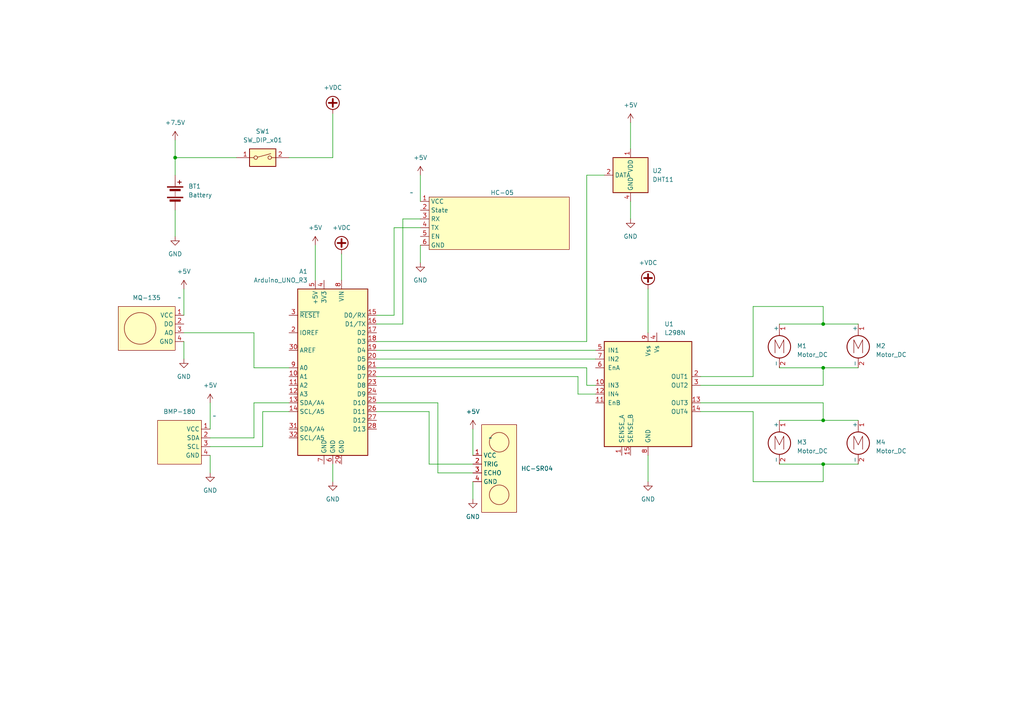
<source format=kicad_sch>
(kicad_sch (version 20230121) (generator eeschema)
  (paper "A4")
  (lib_symbols
    (symbol "Arduino_Components:BMP-180"
      (property "Reference" "BMP-180" (at 10.16 0 0))
      (symbol "BMP-180_1_1"
        (rectangle (start 3.81 -1.27) (end 16.51 -13.97) (fill (type background)))
        (pin power_in line (at 1.27 -3.81 0) (length 2.54) (name "VCC") (number "1"))
        (pin bidirectional line (at 1.27 -6.35 0) (length 2.54) (name "SDA") (number "2"))
        (pin input line (at 1.27 -8.89 0) (length 2.54) (name "SCL") (number "3"))
        (pin passive line (at 1.27 -11.43 0) (length 2.54) (name "GND") (number "4"))
      )
    )
    (symbol "Arduino_Components:HC-05"
      (property "Reference" "HC-05" (at 25.4 0 0))
      (symbol "HC-05_1_1"
        (rectangle (start 5.08 -1.27) (end 45.72 -16.51) (fill (type background)))
        (pin power_in line (at 2.54 -2.54 0) (length 2.54) (name "VCC") (number "1"))
        (pin output line (at 2.54 -5.08 0) (length 2.54) (name "State") (number "2"))
        (pin input line (at 2.54 -7.62 0) (length 2.54) (name "RX") (number "3"))
        (pin output line (at 2.54 -10.16 0) (length 2.54) (name "TX") (number "4"))
        (pin input line (at 2.54 -12.7 0) (length 2.54) (name "EN") (number "5"))
        (pin passive line (at 2.54 -15.24 0) (length 2.54) (name "GND") (number "6"))
      )
    )
    (symbol "Arduino_Components:MQ-135"
      (property "Reference" "MQ-135" (at 8.89 -1.27 0))
      (symbol "MQ-135_0_1"
        (circle (center 11.43 -8.89) (radius 4.5791))
      )
      (symbol "MQ-135_1_1"
        (rectangle (start 1.27 -2.54) (end 17.78 -15.24) (fill (type background)))
        (pin power_in line (at -1.27 -5.08 0) (length 2.54) (name "VCC") (number "1"))
        (pin bidirectional line (at -1.27 -7.62 0) (length 2.54) (name "DO") (number "2"))
        (pin bidirectional line (at -1.27 -10.16 0) (length 2.54) (name "AO") (number "3"))
        (pin passive line (at -1.27 -12.7 0) (length 2.54) (name "GND") (number "4"))
      )
    )
    (symbol "Device:Battery" (pin_numbers hide) (pin_names (offset 0) hide)
      (property "Reference" "BT" (at 2.54 2.54 0))
      (property "Value" "Battery" (at 2.54 0 0))
      (symbol "Battery_0_1"
        (rectangle (start -2.286 -1.27) (end 2.286 -1.524) (fill (type outline)))
        (rectangle (start -2.286 1.778) (end 2.286 1.524) (fill (type outline)))
        (rectangle (start -1.524 -2.032) (end 1.524 -2.54) (fill (type outline)))
        (rectangle (start -1.524 1.016) (end 1.524 0.508) (fill (type outline)))
        (polyline (pts (xy 0 -1.016) (xy 0 -0.762)))
        (polyline (pts (xy 0 -0.508) (xy 0 -0.254)))
        (polyline (pts (xy 0 0) (xy 0 0.254)))
        (polyline (pts (xy 0 1.778) (xy 0 2.54)))
        (polyline (pts (xy 0.762 3.048) (xy 1.778 3.048)) (stroke (width 0.254)))
        (polyline (pts (xy 1.27 3.556) (xy 1.27 2.54)) (stroke (width 0.254)))
      )
      (symbol "Battery_1_1"
        (pin passive line (at 0 5.08 270) (length 2.54) (name "+") (number "1"))
        (pin passive line (at 0 -5.08 90) (length 2.54) (name "-") (number "2"))
      )
    )
    (symbol "Driver_Motor:L298N" (pin_names (offset 1.016))
      (property "Reference" "U" (at -10.16 16.51 0))
      (property "Value" "L298N" (at 12.7 16.51 0))
      (symbol "L298N_0_1"
        (rectangle (start -12.7 15.24) (end 12.7 -15.24) (stroke (width 0.254)) (fill (type background)))
      )
      (symbol "L298N_1_1"
        (pin power_in line (at -7.62 -17.78 90) (length 2.54) (name "SENSE_A") (number "1"))
        (pin input line (at -15.24 2.54 0) (length 2.54) (name "IN3") (number "10"))
        (pin input line (at -15.24 -2.54 0) (length 2.54) (name "EnB") (number "11"))
        (pin input line (at -15.24 0 0) (length 2.54) (name "IN4") (number "12"))
        (pin output line (at 15.24 -2.54 180) (length 2.54) (name "OUT3") (number "13"))
        (pin output line (at 15.24 -5.08 180) (length 2.54) (name "OUT4") (number "14"))
        (pin power_in line (at -5.08 -17.78 90) (length 2.54) (name "SENSE_B") (number "15"))
        (pin output line (at 15.24 5.08 180) (length 2.54) (name "OUT1") (number "2"))
        (pin output line (at 15.24 2.54 180) (length 2.54) (name "OUT2") (number "3"))
        (pin power_in line (at 2.54 17.78 270) (length 2.54) (name "Vs") (number "4"))
        (pin input line (at -15.24 12.7 0) (length 2.54) (name "IN1") (number "5"))
        (pin input line (at -15.24 7.62 0) (length 2.54) (name "EnA") (number "6"))
        (pin input line (at -15.24 10.16 0) (length 2.54) (name "IN2") (number "7"))
        (pin power_in line (at 0 -17.78 90) (length 2.54) (name "GND") (number "8"))
        (pin power_in line (at 0 17.78 270) (length 2.54) (name "Vss") (number "9"))
      )
    )
    (symbol "HC-SR04_1"
      (property "Reference" "HC-SR04" (at -7.62 -3.81 0))
      (symbol "HC-SR04_1_1_1"
        (rectangle (start -12.7 -5.08) (end -2.54 -30.48) (fill (type background)))
        (circle (center -7.62 -25.4) (radius 2.8398))
        (circle (center -7.62 -10.16) (radius 2.8398))
        (pin power_in line (at -15.24 -13.97 0) (length 2.54) (name "VCC") (number "1"))
        (pin input line (at -15.24 -16.51 0) (length 2.54) (name "TRIG") (number "2"))
        (pin output line (at -15.24 -19.05 0) (length 2.54) (name "ECHO") (number "3"))
        (pin passive line (at -15.24 -21.59 0) (length 2.54) (name "GND") (number "4"))
      )
    )
    (symbol "MCU_Module:Arduino_UNO_R3"
      (property "Reference" "A" (at -10.16 23.495 0))
      (property "Value" "Arduino_UNO_R3" (at 5.08 -26.67 0))
      (symbol "Arduino_UNO_R3_0_1"
        (rectangle (start -10.16 22.86) (end 10.16 -25.4) (stroke (width 0.254)) (fill (type background)))
      )
      (symbol "Arduino_UNO_R3_1_1"
        (pin no_connect line (at -10.16 -20.32 0) (length 2.54) hide (name "NC") (number "1"))
        (pin bidirectional line (at 12.7 -2.54 180) (length 2.54) (name "A1") (number "10"))
        (pin bidirectional line (at 12.7 -5.08 180) (length 2.54) (name "A2") (number "11"))
        (pin bidirectional line (at 12.7 -7.62 180) (length 2.54) (name "A3") (number "12"))
        (pin bidirectional line (at 12.7 -10.16 180) (length 2.54) (name "SDA/A4") (number "13"))
        (pin bidirectional line (at 12.7 -12.7 180) (length 2.54) (name "SCL/A5") (number "14"))
        (pin bidirectional line (at -12.7 15.24 0) (length 2.54) (name "D0/RX") (number "15"))
        (pin bidirectional line (at -12.7 12.7 0) (length 2.54) (name "D1/TX") (number "16"))
        (pin bidirectional line (at -12.7 10.16 0) (length 2.54) (name "D2") (number "17"))
        (pin bidirectional line (at -12.7 7.62 0) (length 2.54) (name "D3") (number "18"))
        (pin bidirectional line (at -12.7 5.08 0) (length 2.54) (name "D4") (number "19"))
        (pin output line (at 12.7 10.16 180) (length 2.54) (name "IOREF") (number "2"))
        (pin bidirectional line (at -12.7 2.54 0) (length 2.54) (name "D5") (number "20"))
        (pin bidirectional line (at -12.7 0 0) (length 2.54) (name "D6") (number "21"))
        (pin bidirectional line (at -12.7 -2.54 0) (length 2.54) (name "D7") (number "22"))
        (pin bidirectional line (at -12.7 -5.08 0) (length 2.54) (name "D8") (number "23"))
        (pin bidirectional line (at -12.7 -7.62 0) (length 2.54) (name "D9") (number "24"))
        (pin bidirectional line (at -12.7 -10.16 0) (length 2.54) (name "D10") (number "25"))
        (pin bidirectional line (at -12.7 -12.7 0) (length 2.54) (name "D11") (number "26"))
        (pin bidirectional line (at -12.7 -15.24 0) (length 2.54) (name "D12") (number "27"))
        (pin bidirectional line (at -12.7 -17.78 0) (length 2.54) (name "D13") (number "28"))
        (pin power_in line (at -2.54 -27.94 90) (length 2.54) (name "GND") (number "29"))
        (pin input line (at 12.7 15.24 180) (length 2.54) (name "~{RESET}") (number "3"))
        (pin input line (at 12.7 5.08 180) (length 2.54) (name "AREF") (number "30"))
        (pin bidirectional line (at 12.7 -17.78 180) (length 2.54) (name "SDA/A4") (number "31"))
        (pin bidirectional line (at 12.7 -20.32 180) (length 2.54) (name "SCL/A5") (number "32"))
        (pin power_out line (at 2.54 25.4 270) (length 2.54) (name "3V3") (number "4"))
        (pin power_out line (at 5.08 25.4 270) (length 2.54) (name "+5V") (number "5"))
        (pin power_in line (at 0 -27.94 90) (length 2.54) (name "GND") (number "6"))
        (pin power_in line (at 2.54 -27.94 90) (length 2.54) (name "GND") (number "7"))
        (pin power_in line (at -2.54 25.4 270) (length 2.54) (name "VIN") (number "8"))
        (pin bidirectional line (at 12.7 0 180) (length 2.54) (name "A0") (number "9"))
      )
    )
    (symbol "Motor:Motor_DC" (pin_names (offset 0))
      (property "Reference" "M" (at 2.54 2.54 0))
      (property "Value" "Motor_DC" (at 2.54 -5.08 0))
      (symbol "Motor_DC_0_0"
        (polyline (pts (xy -1.27 -3.302) (xy -1.27 0.508) (xy 0 -2.032) (xy 1.27 0.508) (xy 1.27 -3.302)))
      )
      (symbol "Motor_DC_0_1"
        (circle (center 0 -1.524) (radius 3.2512) (stroke (width 0.254)))
        (polyline (pts (xy 0 -7.62) (xy 0 -7.112)))
        (polyline (pts (xy 0 -4.7752) (xy 0 -5.1816)))
        (polyline (pts (xy 0 1.7272) (xy 0 2.0828)))
        (polyline (pts (xy 0 2.032) (xy 0 2.54)))
      )
      (symbol "Motor_DC_1_1"
        (pin passive line (at 0 5.08 270) (length 2.54) (name "+") (number "1"))
        (pin passive line (at 0 -7.62 90) (length 2.54) (name "-") (number "2"))
      )
    )
    (symbol "Sensor:DHT11"
      (property "Reference" "U" (at -3.81 6.35 0))
      (property "Value" "DHT11" (at 3.81 6.35 0))
      (symbol "DHT11_0_1"
        (rectangle (start -5.08 5.08) (end 5.08 -5.08) (stroke (width 0.254)) (fill (type background)))
      )
      (symbol "DHT11_1_1"
        (pin power_in line (at 0 7.62 270) (length 2.54) (name "VDD") (number "1"))
        (pin bidirectional line (at 7.62 0 180) (length 2.54) (name "DATA") (number "2"))
        (pin no_connect line (at -5.08 0 0) (length 2.54) hide (name "NC") (number "3"))
        (pin power_in line (at 0 -7.62 90) (length 2.54) (name "GND") (number "4"))
      )
    )
    (symbol "Switch:SW_DIP_x01" (pin_names (offset 0) hide)
      (property "Reference" "SW" (at 0 3.81 0))
      (property "Value" "SW_DIP_x01" (at 0 -3.81 0))
      (symbol "SW_DIP_x01_0_0"
        (circle (center -2.032 0) (radius 0.508))
        (polyline (pts (xy -1.524 0.127) (xy 2.3622 1.1684)))
        (circle (center 2.032 0) (radius 0.508))
      )
      (symbol "SW_DIP_x01_0_1"
        (rectangle (start -3.81 2.54) (end 3.81 -2.54) (stroke (width 0.254)) (fill (type background)))
      )
      (symbol "SW_DIP_x01_1_1"
        (pin passive line (at -7.62 0 0) (length 5.08) (name "~") (number "1"))
        (pin passive line (at 7.62 0 180) (length 5.08) (name "~") (number "2"))
      )
    )
    (symbol "power:+5V" (power) (pin_names (offset 0))
      (property "Value" "+5V" (at 0 3.556 0))
      (symbol "+5V_0_1"
        (polyline (pts (xy -0.762 1.27) (xy 0 2.54)))
        (polyline (pts (xy 0 0) (xy 0 2.54)))
        (polyline (pts (xy 0 2.54) (xy 0.762 1.27)))
      )
      (symbol "+5V_1_1"
        (pin power_in line (at 0 0 90) (length 0) hide (name "+5V") (number "1"))
      )
    )
    (symbol "power:+7.5V" (power) (pin_names (offset 0))
      (property "Value" "+7.5V" (at 0 3.556 0))
      (symbol "+7.5V_0_1"
        (polyline (pts (xy -0.762 1.27) (xy 0 2.54)))
        (polyline (pts (xy 0 0) (xy 0 2.54)))
        (polyline (pts (xy 0 2.54) (xy 0.762 1.27)))
      )
      (symbol "+7.5V_1_1"
        (pin power_in line (at 0 0 90) (length 0) hide (name "+7.5V") (number "1"))
      )
    )
    (symbol "power:+VDC" (power) (pin_names (offset 0))
      (property "Value" "+VDC" (at 0 6.35 0))
      (symbol "+VDC_0_1"
        (polyline (pts (xy -1.143 3.175) (xy 1.143 3.175)) (stroke (width 0.508)))
        (polyline (pts (xy 0 0) (xy 0 1.27)))
        (polyline (pts (xy 0 2.032) (xy 0 4.318)) (stroke (width 0.508)))
        (circle (center 0 3.175) (radius 1.905) (stroke (width 0.254)))
      )
      (symbol "+VDC_1_1"
        (pin power_in line (at 0 0 90) (length 0) hide (name "+VDC") (number "1"))
      )
    )
    (symbol "power:GND" (power) (pin_names (offset 0))
      (property "Value" "GND" (at 0 -3.81 0))
      (symbol "GND_0_1"
        (polyline (pts (xy 0 0) (xy 0 -1.27) (xy 1.27 -1.27) (xy 0 -2.54) (xy -1.27 -1.27) (xy 0 -1.27)))
      )
      (symbol "GND_1_1"
        (pin power_in line (at 0 0 270) (length 0) hide (name "GND") (number "1"))
      )
    )
  )
  (junction (at 238.76 134.62))
  (junction (at 238.76 121.92))
  (junction (at 238.76 93.98))
  (junction (at 50.8 45.72))
  (junction (at 238.76 106.68))
  (wire (pts (xy 116.84 63.5) (xy 121.92 63.5)))
  (wire (pts (xy 167.64 109.22) (xy 167.64 114.3)))
  (wire (pts (xy 50.8 45.72) (xy 50.8 50.8)))
  (wire (pts (xy 53.34 83.82) (xy 53.34 91.44)))
  (wire (pts (xy 182.88 58.42) (xy 182.88 63.5)))
  (wire (pts (xy 238.76 111.76) (xy 203.2 111.76)))
  (wire (pts (xy 60.96 127) (xy 73.66 127)))
  (wire (pts (xy 124.46 134.62) (xy 124.46 119.38)))
  (wire (pts (xy 137.16 134.62) (xy 124.46 134.62)))
  (wire (pts (xy 53.34 99.06) (xy 53.34 104.14)))
  (wire (pts (xy 170.18 99.06) (xy 170.18 50.8)))
  (wire (pts (xy 96.52 45.72) (xy 83.82 45.72)))
  (wire (pts (xy 50.8 60.96) (xy 50.8 68.58)))
  (wire (pts (xy 238.76 121.92) (xy 248.92 121.92)))
  (wire (pts (xy 116.84 93.98) (xy 116.84 63.5)))
  (wire (pts (xy 218.44 88.9) (xy 238.76 88.9)))
  (wire (pts (xy 218.44 139.7) (xy 238.76 139.7)))
  (wire (pts (xy 50.8 45.72) (xy 68.58 45.72)))
  (wire (pts (xy 238.76 93.98) (xy 248.92 93.98)))
  (wire (pts (xy 96.52 134.62) (xy 96.52 139.7)))
  (wire (pts (xy 60.96 132.08) (xy 60.96 137.16)))
  (wire (pts (xy 121.92 50.8) (xy 121.92 58.42)))
  (wire (pts (xy 203.2 109.22) (xy 218.44 109.22)))
  (wire (pts (xy 226.06 134.62) (xy 238.76 134.62)))
  (wire (pts (xy 137.16 124.46) (xy 137.16 132.08)))
  (wire (pts (xy 127 137.16) (xy 127 116.84)))
  (wire (pts (xy 121.92 71.12) (xy 121.92 76.2)))
  (wire (pts (xy 73.66 127) (xy 73.66 116.84)))
  (wire (pts (xy 109.22 109.22) (xy 167.64 109.22)))
  (wire (pts (xy 170.18 111.76) (xy 172.72 111.76)))
  (wire (pts (xy 137.16 137.16) (xy 127 137.16)))
  (wire (pts (xy 182.88 35.56) (xy 182.88 43.18)))
  (wire (pts (xy 238.76 116.84) (xy 238.76 121.92)))
  (wire (pts (xy 121.92 66.04) (xy 114.3 66.04)))
  (wire (pts (xy 76.2 129.54) (xy 76.2 119.38)))
  (wire (pts (xy 203.2 116.84) (xy 238.76 116.84)))
  (wire (pts (xy 60.96 116.84) (xy 60.96 124.46)))
  (wire (pts (xy 73.66 116.84) (xy 83.82 116.84)))
  (wire (pts (xy 53.34 96.52) (xy 73.66 96.52)))
  (wire (pts (xy 238.76 88.9) (xy 238.76 93.98)))
  (wire (pts (xy 109.22 101.6) (xy 172.72 101.6)))
  (wire (pts (xy 218.44 119.38) (xy 218.44 139.7)))
  (wire (pts (xy 96.52 33.02) (xy 96.52 45.72)))
  (wire (pts (xy 91.44 71.12) (xy 91.44 81.28)))
  (wire (pts (xy 187.96 83.82) (xy 187.96 96.52)))
  (wire (pts (xy 60.96 129.54) (xy 76.2 129.54)))
  (wire (pts (xy 226.06 93.98) (xy 238.76 93.98)))
  (wire (pts (xy 170.18 106.68) (xy 170.18 111.76)))
  (wire (pts (xy 187.96 132.08) (xy 187.96 139.7)))
  (wire (pts (xy 226.06 106.68) (xy 238.76 106.68)))
  (wire (pts (xy 73.66 106.68) (xy 83.82 106.68)))
  (wire (pts (xy 137.16 139.7) (xy 137.16 144.78)))
  (wire (pts (xy 109.22 104.14) (xy 172.72 104.14)))
  (wire (pts (xy 109.22 93.98) (xy 116.84 93.98)))
  (wire (pts (xy 238.76 106.68) (xy 248.92 106.68)))
  (wire (pts (xy 238.76 106.68) (xy 238.76 111.76)))
  (wire (pts (xy 76.2 119.38) (xy 83.82 119.38)))
  (wire (pts (xy 203.2 119.38) (xy 218.44 119.38)))
  (wire (pts (xy 109.22 106.68) (xy 170.18 106.68)))
  (wire (pts (xy 170.18 50.8) (xy 175.26 50.8)))
  (wire (pts (xy 127 116.84) (xy 109.22 116.84)))
  (wire (pts (xy 50.8 40.64) (xy 50.8 45.72)))
  (wire (pts (xy 167.64 114.3) (xy 172.72 114.3)))
  (wire (pts (xy 114.3 91.44) (xy 109.22 91.44)))
  (wire (pts (xy 114.3 66.04) (xy 114.3 91.44)))
  (wire (pts (xy 218.44 109.22) (xy 218.44 88.9)))
  (wire (pts (xy 238.76 134.62) (xy 238.76 139.7)))
  (wire (pts (xy 226.06 121.92) (xy 238.76 121.92)))
  (wire (pts (xy 73.66 96.52) (xy 73.66 106.68)))
  (wire (pts (xy 109.22 99.06) (xy 170.18 99.06)))
  (wire (pts (xy 124.46 119.38) (xy 109.22 119.38)))
  (wire (pts (xy 238.76 134.62) (xy 248.92 134.62)))
  (wire (pts (xy 99.06 73.66) (xy 99.06 81.28)))
  (symbol (lib_id "power:+5V") (at 121.92 50.8 0) (unit 1)
    (property "Reference" "#PWR017" (effects hide))
    (property "Value" "+5V" (at 121.92 45.72 0))
  )
  (symbol (lib_id "power:GND") (at 187.96 139.7 0) (unit 1)
    (property "Reference" "#PWR07" (effects hide))
    (property "Value" "GND" (at 187.96 144.78 0))
  )
  (symbol (lib_id "power:GND") (at 182.88 63.5 0) (unit 1)
    (property "Reference" "#PWR04" (effects hide))
    (property "Value" "GND" (at 182.88 68.58 0))
  )
  (symbol (lib_id "Motor:Motor_DC") (at 248.92 99.06 0) (unit 1)
    (property "Reference" "M2" (at 254 100.33 0) (effects (justify left)))
    (property "Value" "Motor_DC" (at 254 102.87 0) (effects (justify left)))
  )
  (symbol (lib_name "HC-SR04_1") (lib_id "Arduino_Components:HC-SR04") (at 152.4 118.11 0) (unit 1)
    (property "Reference" "HC-SR04" (at 151.13 135.89 0) (effects (justify left)))
    (property "Value" "~" (at 142.24 127 0))
  )
  (symbol (lib_id "Switch:SW_DIP_x01") (at 76.2 45.72 0) (unit 1)
    (property "Reference" "SW1" (at 76.2 38.1 0))
    (property "Value" "SW_DIP_x01" (at 76.2 40.64 0))
  )
  (symbol (lib_id "power:GND") (at 53.34 104.14 0) (unit 1)
    (property "Reference" "#PWR014" (effects hide))
    (property "Value" "GND" (at 53.34 109.22 0))
  )
  (symbol (lib_id "power:+5V") (at 91.44 71.12 0) (unit 1)
    (property "Reference" "#PWR09" (effects hide))
    (property "Value" "+5V" (at 91.44 66.04 0))
  )
  (symbol (lib_id "Arduino_Components:MQ-135") (at 52.07 86.36 0) (mirror y) (unit 1)
    (property "Reference" "MQ-135" (at 42.545 86.36 0))
    (property "Value" "~" (at 52.07 86.36 0))
  )
  (symbol (lib_id "power:+VDC") (at 187.96 83.82 0) (unit 1)
    (property "Reference" "#PWR05" (effects hide))
    (property "Value" "+VDC" (at 187.96 76.2 0))
  )
  (symbol (lib_id "power:+7.5V") (at 50.8 40.64 0) (unit 1)
    (property "Reference" "#PWR02" (effects hide))
    (property "Value" "+7.5V" (at 50.8 35.56 0))
  )
  (symbol (lib_id "Device:Battery") (at 50.8 55.88 0) (unit 1)
    (property "Reference" "BT1" (at 54.61 54.0385 0) (effects (justify left)))
    (property "Value" "Battery" (at 54.61 56.5785 0) (effects (justify left)))
  )
  (symbol (lib_id "Sensor:DHT11") (at 182.88 50.8 0) (mirror y) (unit 1)
    (property "Reference" "U2" (at 189.23 49.53 0) (effects (justify right)))
    (property "Value" "DHT11" (at 189.23 52.07 0) (effects (justify right)))
    (property "Footprint" "Sensor:Aosong_DHT11_5.5x12.0_P2.54mm" (effects hide))
    (property "Datasheet" "http://akizukidenshi.com/download/ds/aosong/DHT11.pdf" (effects hide))
  )
  (symbol (lib_id "Motor:Motor_DC") (at 248.92 127 0) (unit 1)
    (property "Reference" "M4" (at 254 128.27 0) (effects (justify left)))
    (property "Value" "Motor_DC" (at 254 130.81 0) (effects (justify left)))
  )
  (symbol (lib_id "power:+5V") (at 60.96 116.84 0) (unit 1)
    (property "Reference" "#PWR015" (effects hide))
    (property "Value" "+5V" (at 60.96 111.76 0))
  )
  (symbol (lib_id "power:+5V") (at 53.34 83.82 0) (unit 1)
    (property "Reference" "#PWR013" (effects hide))
    (property "Value" "+5V" (at 53.34 78.74 0))
  )
  (symbol (lib_id "Motor:Motor_DC") (at 226.06 99.06 0) (unit 1)
    (property "Reference" "M1" (at 231.14 100.33 0) (effects (justify left)))
    (property "Value" "Motor_DC" (at 231.14 102.87 0) (effects (justify left)))
  )
  (symbol (lib_id "power:GND") (at 50.8 68.58 0) (unit 1)
    (property "Reference" "#PWR01" (effects hide))
    (property "Value" "GND" (at 50.8 73.66 0))
  )
  (symbol (lib_id "Arduino_Components:HC-05") (at 119.38 55.88 0) (unit 1)
    (property "Reference" "HC-05" (at 142.24 55.88 0) (effects (justify left)))
    (property "Value" "~" (at 119.38 55.88 0))
  )
  (symbol (lib_id "power:+5V") (at 137.16 124.46 0) (unit 1)
    (property "Reference" "#PWR012" (effects hide))
    (property "Value" "+5V" (at 137.16 119.38 0))
  )
  (symbol (lib_id "Arduino_Components:BMP-180") (at 62.23 120.65 0) (mirror y) (unit 1)
    (property "Reference" "BMP-180" (at 52.07 119.38 0))
    (property "Value" "~" (at 62.23 120.65 0))
  )
  (symbol (lib_id "power:GND") (at 121.92 76.2 0) (unit 1)
    (property "Reference" "#PWR018" (effects hide))
    (property "Value" "GND" (at 121.92 81.28 0))
  )
  (symbol (lib_id "Motor:Motor_DC") (at 226.06 127 0) (unit 1)
    (property "Reference" "M3" (at 231.14 128.27 0) (effects (justify left)))
    (property "Value" "Motor_DC" (at 231.14 130.81 0) (effects (justify left)))
  )
  (symbol (lib_id "Driver_Motor:L298N") (at 187.96 114.3 0) (unit 1)
    (property "Reference" "U1" (at 192.6941 93.98 0) (effects (justify left)))
    (property "Value" "L298N" (at 192.6941 96.52 0) (effects (justify left)))
    (property "Footprint" "Package_TO_SOT_THT:TO-220-15_P2.54x2.54mm_StaggerOdd_Lead4.58mm_Vertical" (effects hide))
    (property "Datasheet" "http://www.st.com/st-web-ui/static/active/en/resource/technical/document/datasheet/CD00000240.pdf" (effects hide))
  )
  (symbol (lib_id "power:GND") (at 137.16 144.78 0) (unit 1)
    (property "Reference" "#PWR011" (effects hide))
    (property "Value" "GND" (at 137.16 149.86 0))
  )
  (symbol (lib_id "power:+VDC") (at 99.06 73.66 0) (unit 1)
    (property "Reference" "#PWR08" (effects hide))
    (property "Value" "+VDC" (at 99.06 66.04 0))
  )
  (symbol (lib_id "power:GND") (at 96.52 139.7 0) (unit 1)
    (property "Reference" "#PWR010" (effects hide))
    (property "Value" "GND" (at 96.52 144.78 0))
  )
  (symbol (lib_id "MCU_Module:Arduino_UNO_R3") (at 96.52 106.68 0) (mirror y) (unit 1)
    (property "Reference" "A1" (at 89.2459 78.74 0) (effects (justify left)))
    (property "Value" "Arduino_UNO_R3" (at 89.2459 81.28 0) (effects (justify left)))
    (property "Footprint" "Module:Arduino_UNO_R3" (effects hide))
    (property "Datasheet" "https://www.arduino.cc/en/Main/arduinoBoardUno" (effects hide))
  )
  (symbol (lib_id "power:+5V") (at 182.88 35.56 0) (unit 1)
    (property "Reference" "#PWR06" (effects hide))
    (property "Value" "+5V" (at 182.88 30.48 0))
  )
  (symbol (lib_id "power:GND") (at 60.96 137.16 0) (unit 1)
    (property "Reference" "#PWR016" (effects hide))
    (property "Value" "GND" (at 60.96 142.24 0))
  )
  (symbol (lib_id "power:+VDC") (at 96.52 33.02 0) (unit 1)
    (property "Reference" "#PWR03" (effects hide))
    (property "Value" "+VDC" (at 96.52 25.4 0))
  )
)
</source>
